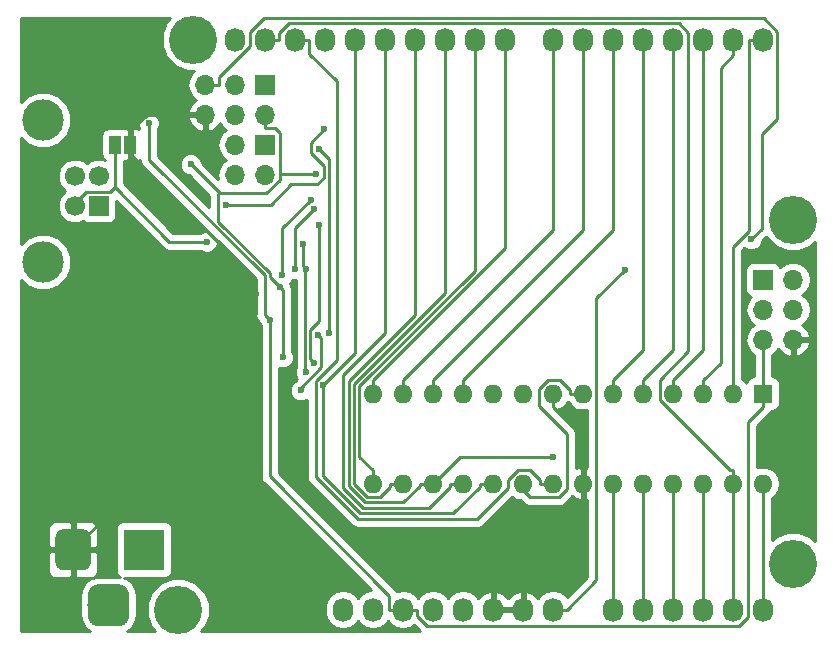
<source format=gbr>
G04 #@! TF.GenerationSoftware,KiCad,Pcbnew,5.0.2-bee76a0~70~ubuntu18.04.1*
G04 #@! TF.CreationDate,2018-12-20T19:54:29+08:00*
G04 #@! TF.ProjectId,arduino-uno,61726475-696e-46f2-9d75-6e6f2e6b6963,rev?*
G04 #@! TF.SameCoordinates,Original*
G04 #@! TF.FileFunction,Copper,L2,Bot*
G04 #@! TF.FilePolarity,Positive*
%FSLAX46Y46*%
G04 Gerber Fmt 4.6, Leading zero omitted, Abs format (unit mm)*
G04 Created by KiCad (PCBNEW 5.0.2-bee76a0~70~ubuntu18.04.1) date 2018年12月20日 星期四 19时54分29秒*
%MOMM*%
%LPD*%
G01*
G04 APERTURE LIST*
G04 #@! TA.AperFunction,ComponentPad*
%ADD10O,1.727200X2.032000*%
G04 #@! TD*
G04 #@! TA.AperFunction,ComponentPad*
%ADD11C,4.064000*%
G04 #@! TD*
G04 #@! TA.AperFunction,ComponentPad*
%ADD12R,3.500000X3.500000*%
G04 #@! TD*
G04 #@! TA.AperFunction,Conductor*
%ADD13C,0.100000*%
G04 #@! TD*
G04 #@! TA.AperFunction,ComponentPad*
%ADD14C,3.000000*%
G04 #@! TD*
G04 #@! TA.AperFunction,ComponentPad*
%ADD15C,3.500000*%
G04 #@! TD*
G04 #@! TA.AperFunction,ComponentPad*
%ADD16R,1.700000X1.700000*%
G04 #@! TD*
G04 #@! TA.AperFunction,ComponentPad*
%ADD17C,1.700000*%
G04 #@! TD*
G04 #@! TA.AperFunction,ComponentPad*
%ADD18O,1.700000X1.700000*%
G04 #@! TD*
G04 #@! TA.AperFunction,SMDPad,CuDef*
%ADD19R,1.000000X1.500000*%
G04 #@! TD*
G04 #@! TA.AperFunction,ComponentPad*
%ADD20R,1.600000X1.600000*%
G04 #@! TD*
G04 #@! TA.AperFunction,ComponentPad*
%ADD21O,1.600000X1.600000*%
G04 #@! TD*
G04 #@! TA.AperFunction,ViaPad*
%ADD22C,0.600000*%
G04 #@! TD*
G04 #@! TA.AperFunction,Conductor*
%ADD23C,0.250000*%
G04 #@! TD*
G04 #@! TA.AperFunction,Conductor*
%ADD24C,0.254000*%
G04 #@! TD*
G04 APERTURE END LIST*
D10*
G04 #@! TO.P,P1,1*
G04 #@! TO.N,Net-(P1-Pad1)*
X138938000Y-123825000D03*
G04 #@! TO.P,P1,2*
G04 #@! TO.N,/Main/IOREF*
X141478000Y-123825000D03*
G04 #@! TO.P,P1,3*
G04 #@! TO.N,/Main/Reset*
X144018000Y-123825000D03*
G04 #@! TO.P,P1,4*
G04 #@! TO.N,+3V3*
X146558000Y-123825000D03*
G04 #@! TO.P,P1,5*
G04 #@! TO.N,+5V*
X149098000Y-123825000D03*
G04 #@! TO.P,P1,6*
G04 #@! TO.N,GND*
X151638000Y-123825000D03*
G04 #@! TO.P,P1,7*
X154178000Y-123825000D03*
G04 #@! TO.P,P1,8*
G04 #@! TO.N,/Main/VIN*
X156718000Y-123825000D03*
G04 #@! TD*
G04 #@! TO.P,P2,1*
G04 #@! TO.N,/Main/A0*
X161798000Y-123825000D03*
G04 #@! TO.P,P2,2*
G04 #@! TO.N,/Main/A1*
X164338000Y-123825000D03*
G04 #@! TO.P,P2,3*
G04 #@! TO.N,/Main/A2*
X166878000Y-123825000D03*
G04 #@! TO.P,P2,4*
G04 #@! TO.N,/Main/A3*
X169418000Y-123825000D03*
G04 #@! TO.P,P2,5*
G04 #@! TO.N,/Main/A4(SDA)*
X171958000Y-123825000D03*
G04 #@! TO.P,P2,6*
G04 #@! TO.N,/Main/A5(SCL)*
X174498000Y-123825000D03*
G04 #@! TD*
G04 #@! TO.P,P3,1*
G04 #@! TO.N,/Main/A5(SCL)*
X129794000Y-75565000D03*
G04 #@! TO.P,P3,2*
G04 #@! TO.N,/Main/A4(SDA)*
X132334000Y-75565000D03*
G04 #@! TO.P,P3,3*
G04 #@! TO.N,/Main/AREF*
X134874000Y-75565000D03*
G04 #@! TO.P,P3,4*
G04 #@! TO.N,GND*
X137414000Y-75565000D03*
G04 #@! TO.P,P3,5*
G04 #@! TO.N,/Main/13(SCK)*
X139954000Y-75565000D03*
G04 #@! TO.P,P3,6*
G04 #@! TO.N,/Main/12(MISO)*
X142494000Y-75565000D03*
G04 #@! TO.P,P3,7*
G04 #@! TO.N,/Main/11(\002A\002A/MOSI)*
X145034000Y-75565000D03*
G04 #@! TO.P,P3,8*
G04 #@! TO.N,/Main/10(\002A\002A/SS)*
X147574000Y-75565000D03*
G04 #@! TO.P,P3,9*
G04 #@! TO.N,/Main/9(\002A\002A)*
X150114000Y-75565000D03*
G04 #@! TO.P,P3,10*
G04 #@! TO.N,/Main/8*
X152654000Y-75565000D03*
G04 #@! TD*
G04 #@! TO.P,P4,1*
G04 #@! TO.N,/Main/7*
X156718000Y-75565000D03*
G04 #@! TO.P,P4,2*
G04 #@! TO.N,/Main/6(\002A\002A)*
X159258000Y-75565000D03*
G04 #@! TO.P,P4,3*
G04 #@! TO.N,/Main/5(\002A\002A)*
X161798000Y-75565000D03*
G04 #@! TO.P,P4,4*
G04 #@! TO.N,/Main/4*
X164338000Y-75565000D03*
G04 #@! TO.P,P4,5*
G04 #@! TO.N,/Main/3(\002A\002A)*
X166878000Y-75565000D03*
G04 #@! TO.P,P4,6*
G04 #@! TO.N,/Main/2*
X169418000Y-75565000D03*
G04 #@! TO.P,P4,7*
G04 #@! TO.N,/Main/1(Tx)*
X171958000Y-75565000D03*
G04 #@! TO.P,P4,8*
G04 #@! TO.N,/Main/0(Rx)*
X174498000Y-75565000D03*
G04 #@! TD*
D11*
G04 #@! TO.P,P5,1*
G04 #@! TO.N,Net-(P5-Pad1)*
X124968000Y-123825000D03*
G04 #@! TD*
G04 #@! TO.P,P6,1*
G04 #@! TO.N,Net-(P6-Pad1)*
X177038000Y-119927000D03*
G04 #@! TD*
G04 #@! TO.P,P7,1*
G04 #@! TO.N,Net-(P7-Pad1)*
X126238000Y-75565000D03*
G04 #@! TD*
G04 #@! TO.P,P8,1*
G04 #@! TO.N,Net-(P8-Pad1)*
X177038000Y-90805000D03*
G04 #@! TD*
D12*
G04 #@! TO.P,J1,1*
G04 #@! TO.N,Net-(D1-Pad2)*
X122078000Y-118745000D03*
D13*
G04 #@! TD*
G04 #@! TO.N,GND*
G04 #@! TO.C,J1*
G36*
X116901513Y-116998611D02*
X116974318Y-117009411D01*
X117045714Y-117027295D01*
X117115013Y-117052090D01*
X117181548Y-117083559D01*
X117244678Y-117121398D01*
X117303795Y-117165242D01*
X117358330Y-117214670D01*
X117407758Y-117269205D01*
X117451602Y-117328322D01*
X117489441Y-117391452D01*
X117520910Y-117457987D01*
X117545705Y-117527286D01*
X117563589Y-117598682D01*
X117574389Y-117671487D01*
X117578000Y-117745000D01*
X117578000Y-119745000D01*
X117574389Y-119818513D01*
X117563589Y-119891318D01*
X117545705Y-119962714D01*
X117520910Y-120032013D01*
X117489441Y-120098548D01*
X117451602Y-120161678D01*
X117407758Y-120220795D01*
X117358330Y-120275330D01*
X117303795Y-120324758D01*
X117244678Y-120368602D01*
X117181548Y-120406441D01*
X117115013Y-120437910D01*
X117045714Y-120462705D01*
X116974318Y-120480589D01*
X116901513Y-120491389D01*
X116828000Y-120495000D01*
X115328000Y-120495000D01*
X115254487Y-120491389D01*
X115181682Y-120480589D01*
X115110286Y-120462705D01*
X115040987Y-120437910D01*
X114974452Y-120406441D01*
X114911322Y-120368602D01*
X114852205Y-120324758D01*
X114797670Y-120275330D01*
X114748242Y-120220795D01*
X114704398Y-120161678D01*
X114666559Y-120098548D01*
X114635090Y-120032013D01*
X114610295Y-119962714D01*
X114592411Y-119891318D01*
X114581611Y-119818513D01*
X114578000Y-119745000D01*
X114578000Y-117745000D01*
X114581611Y-117671487D01*
X114592411Y-117598682D01*
X114610295Y-117527286D01*
X114635090Y-117457987D01*
X114666559Y-117391452D01*
X114704398Y-117328322D01*
X114748242Y-117269205D01*
X114797670Y-117214670D01*
X114852205Y-117165242D01*
X114911322Y-117121398D01*
X114974452Y-117083559D01*
X115040987Y-117052090D01*
X115110286Y-117027295D01*
X115181682Y-117009411D01*
X115254487Y-116998611D01*
X115328000Y-116995000D01*
X116828000Y-116995000D01*
X116901513Y-116998611D01*
X116901513Y-116998611D01*
G37*
D14*
G04 #@! TO.P,J1,2*
G04 #@! TO.N,GND*
X116078000Y-118745000D03*
D13*
G04 #@! TD*
G04 #@! TO.N,N/C*
G04 #@! TO.C,J1*
G36*
X120038765Y-121699213D02*
X120123704Y-121711813D01*
X120206999Y-121732677D01*
X120287848Y-121761605D01*
X120365472Y-121798319D01*
X120439124Y-121842464D01*
X120508094Y-121893616D01*
X120571718Y-121951282D01*
X120629384Y-122014906D01*
X120680536Y-122083876D01*
X120724681Y-122157528D01*
X120761395Y-122235152D01*
X120790323Y-122316001D01*
X120811187Y-122399296D01*
X120823787Y-122484235D01*
X120828000Y-122570000D01*
X120828000Y-124320000D01*
X120823787Y-124405765D01*
X120811187Y-124490704D01*
X120790323Y-124573999D01*
X120761395Y-124654848D01*
X120724681Y-124732472D01*
X120680536Y-124806124D01*
X120629384Y-124875094D01*
X120571718Y-124938718D01*
X120508094Y-124996384D01*
X120439124Y-125047536D01*
X120365472Y-125091681D01*
X120287848Y-125128395D01*
X120206999Y-125157323D01*
X120123704Y-125178187D01*
X120038765Y-125190787D01*
X119953000Y-125195000D01*
X118203000Y-125195000D01*
X118117235Y-125190787D01*
X118032296Y-125178187D01*
X117949001Y-125157323D01*
X117868152Y-125128395D01*
X117790528Y-125091681D01*
X117716876Y-125047536D01*
X117647906Y-124996384D01*
X117584282Y-124938718D01*
X117526616Y-124875094D01*
X117475464Y-124806124D01*
X117431319Y-124732472D01*
X117394605Y-124654848D01*
X117365677Y-124573999D01*
X117344813Y-124490704D01*
X117332213Y-124405765D01*
X117328000Y-124320000D01*
X117328000Y-122570000D01*
X117332213Y-122484235D01*
X117344813Y-122399296D01*
X117365677Y-122316001D01*
X117394605Y-122235152D01*
X117431319Y-122157528D01*
X117475464Y-122083876D01*
X117526616Y-122014906D01*
X117584282Y-121951282D01*
X117647906Y-121893616D01*
X117716876Y-121842464D01*
X117790528Y-121798319D01*
X117868152Y-121761605D01*
X117949001Y-121732677D01*
X118032296Y-121711813D01*
X118117235Y-121699213D01*
X118203000Y-121695000D01*
X119953000Y-121695000D01*
X120038765Y-121699213D01*
X120038765Y-121699213D01*
G37*
D15*
G04 #@! TO.P,J1,3*
G04 #@! TO.N,N/C*
X119078000Y-123445000D03*
G04 #@! TD*
D16*
G04 #@! TO.P,J2,1*
G04 #@! TO.N,Net-(F1-Pad2)*
X118248000Y-89635000D03*
D17*
G04 #@! TO.P,J2,2*
G04 #@! TO.N,Net-(J2-Pad2)*
X118248000Y-87135000D03*
G04 #@! TO.P,J2,3*
G04 #@! TO.N,Net-(J2-Pad3)*
X116248000Y-87135000D03*
G04 #@! TO.P,J2,4*
G04 #@! TO.N,Net-(FB1-Pad2)*
X116248000Y-89635000D03*
D15*
G04 #@! TO.P,J2,5*
G04 #@! TO.N,Net-(FB1-Pad1)*
X113538000Y-94405000D03*
X113538000Y-82365000D03*
G04 #@! TD*
D16*
G04 #@! TO.P,J3,1*
G04 #@! TO.N,/USB/MISO2*
X132334000Y-79375000D03*
D18*
G04 #@! TO.P,J3,2*
G04 #@! TO.N,+5V*
X132334000Y-81915000D03*
G04 #@! TO.P,J3,3*
G04 #@! TO.N,/USB/SCK2*
X129794000Y-79375000D03*
G04 #@! TO.P,J3,4*
G04 #@! TO.N,/USB/MOSI2*
X129794000Y-81915000D03*
G04 #@! TO.P,J3,5*
G04 #@! TO.N,Net-(D3-Pad2)*
X127254000Y-79375000D03*
G04 #@! TO.P,J3,6*
G04 #@! TO.N,GND*
X127254000Y-81915000D03*
G04 #@! TD*
D16*
G04 #@! TO.P,J4,1*
G04 #@! TO.N,Net-(J4-Pad1)*
X132334000Y-84455000D03*
D18*
G04 #@! TO.P,J4,2*
G04 #@! TO.N,Net-(J4-Pad2)*
X132334000Y-86995000D03*
G04 #@! TO.P,J4,3*
G04 #@! TO.N,Net-(J4-Pad3)*
X129794000Y-84455000D03*
G04 #@! TO.P,J4,4*
G04 #@! TO.N,Net-(J4-Pad4)*
X129794000Y-86995000D03*
G04 #@! TD*
G04 #@! TO.P,ICSP,6*
G04 #@! TO.N,GND*
X177038000Y-100965000D03*
G04 #@! TO.P,ICSP,5*
G04 #@! TO.N,/Main/Reset*
X174498000Y-100965000D03*
G04 #@! TO.P,ICSP,4*
G04 #@! TO.N,/Main/11(\002A\002A/MOSI)*
X177038000Y-98425000D03*
G04 #@! TO.P,ICSP,3*
G04 #@! TO.N,/Main/13(SCK)*
X174498000Y-98425000D03*
G04 #@! TO.P,ICSP,2*
G04 #@! TO.N,+5V*
X177038000Y-95885000D03*
D16*
G04 #@! TO.P,ICSP,1*
G04 #@! TO.N,/Main/12(MISO)*
X174498000Y-95885000D03*
G04 #@! TD*
D19*
G04 #@! TO.P,GROUND,2*
G04 #@! TO.N,GND*
X120904000Y-84455000D03*
G04 #@! TO.P,GROUND,1*
G04 #@! TO.N,Net-(FB1-Pad2)*
X119604000Y-84455000D03*
G04 #@! TD*
D20*
G04 #@! TO.P,U5,1*
G04 #@! TO.N,/Main/Reset*
X174498000Y-105537000D03*
D21*
G04 #@! TO.P,U5,15*
G04 #@! TO.N,/Main/9(\002A\002A)*
X141478000Y-113157000D03*
G04 #@! TO.P,U5,2*
G04 #@! TO.N,/Main/0(Rx)*
X171958000Y-105537000D03*
G04 #@! TO.P,U5,16*
G04 #@! TO.N,/Main/10(\002A\002A/SS)*
X144018000Y-113157000D03*
G04 #@! TO.P,U5,3*
G04 #@! TO.N,/Main/1(Tx)*
X169418000Y-105537000D03*
G04 #@! TO.P,U5,17*
G04 #@! TO.N,/Main/11(\002A\002A/MOSI)*
X146558000Y-113157000D03*
G04 #@! TO.P,U5,4*
G04 #@! TO.N,/Main/2*
X166878000Y-105537000D03*
G04 #@! TO.P,U5,18*
G04 #@! TO.N,/Main/12(MISO)*
X149098000Y-113157000D03*
G04 #@! TO.P,U5,5*
G04 #@! TO.N,/Main/3(\002A\002A)*
X164338000Y-105537000D03*
G04 #@! TO.P,U5,19*
G04 #@! TO.N,/Main/13(SCK)*
X151638000Y-113157000D03*
G04 #@! TO.P,U5,6*
G04 #@! TO.N,/Main/4*
X161798000Y-105537000D03*
G04 #@! TO.P,U5,20*
G04 #@! TO.N,+5V*
X154178000Y-113157000D03*
G04 #@! TO.P,U5,7*
X159258000Y-105537000D03*
G04 #@! TO.P,U5,21*
G04 #@! TO.N,/Main/AREF*
X156718000Y-113157000D03*
G04 #@! TO.P,U5,8*
G04 #@! TO.N,GND*
X156718000Y-105537000D03*
G04 #@! TO.P,U5,22*
X159258000Y-113157000D03*
G04 #@! TO.P,U5,9*
G04 #@! TO.N,Net-(R2-Pad1)*
X154178000Y-105537000D03*
G04 #@! TO.P,U5,23*
G04 #@! TO.N,/Main/A0*
X161798000Y-113157000D03*
G04 #@! TO.P,U5,10*
G04 #@! TO.N,Net-(R2-Pad2)*
X151638000Y-105537000D03*
G04 #@! TO.P,U5,24*
G04 #@! TO.N,/Main/A1*
X164338000Y-113157000D03*
G04 #@! TO.P,U5,11*
G04 #@! TO.N,/Main/5(\002A\002A)*
X149098000Y-105537000D03*
G04 #@! TO.P,U5,25*
G04 #@! TO.N,/Main/A2*
X166878000Y-113157000D03*
G04 #@! TO.P,U5,12*
G04 #@! TO.N,/Main/6(\002A\002A)*
X146558000Y-105537000D03*
G04 #@! TO.P,U5,26*
G04 #@! TO.N,/Main/A3*
X169418000Y-113157000D03*
G04 #@! TO.P,U5,13*
G04 #@! TO.N,/Main/7*
X144018000Y-105537000D03*
G04 #@! TO.P,U5,27*
G04 #@! TO.N,/Main/A4(SDA)*
X171958000Y-113157000D03*
G04 #@! TO.P,U5,14*
G04 #@! TO.N,/Main/8*
X141478000Y-105537000D03*
G04 #@! TO.P,U5,28*
G04 #@! TO.N,/Main/A5(SCL)*
X174498000Y-113157000D03*
G04 #@! TD*
D22*
G04 #@! TO.N,+5V*
X133603600Y-96517100D03*
X133845700Y-102472800D03*
X136676200Y-86970000D03*
X126030400Y-86137800D03*
G04 #@! TO.N,GND*
X131535700Y-97143100D03*
X130361000Y-105905700D03*
X130021200Y-108812700D03*
G04 #@! TO.N,/Main/VIN*
X162803600Y-95061600D03*
G04 #@! TO.N,Net-(C9-Pad1)*
X129053600Y-89562000D03*
X137347600Y-83179200D03*
G04 #@! TO.N,/Main/DTR*
X135768500Y-103720600D03*
X135545500Y-92855000D03*
X135816300Y-95001400D03*
G04 #@! TO.N,Net-(D3-Pad2)*
X173490900Y-92475600D03*
G04 #@! TO.N,Net-(D4-Pad2)*
X136918400Y-91237700D03*
X136458700Y-102956000D03*
G04 #@! TO.N,/Main/Reset*
X122498100Y-82624800D03*
X132744300Y-99329500D03*
G04 #@! TO.N,Net-(D7-Pad2)*
X136868700Y-84834700D03*
X137752100Y-100442700D03*
G04 #@! TO.N,Net-(FB1-Pad2)*
X127415600Y-92674800D03*
G04 #@! TO.N,/Main/11(\002A\002A/MOSI)*
X156718000Y-110871000D03*
G04 #@! TO.N,/Main/13(SCK)*
X137257400Y-104780800D03*
G04 #@! TO.N,Net-(RN2-Pad1)*
X136848600Y-100598800D03*
X135339400Y-105262400D03*
G04 #@! TO.N,/Main/M8RXD*
X136450800Y-89948100D03*
X134891800Y-95011700D03*
G04 #@! TO.N,/Main/M8TXD*
X136196500Y-89145300D03*
X133789700Y-95542500D03*
G04 #@! TD*
D23*
G04 #@! TO.N,+5V*
X133845700Y-102472800D02*
X133845700Y-96759200D01*
X133845700Y-96759200D02*
X133603600Y-96517100D01*
X128478000Y-88585400D02*
X128387900Y-88675500D01*
X128387900Y-88675500D02*
X128387900Y-90978000D01*
X128387900Y-90978000D02*
X132744300Y-95334400D01*
X132744300Y-95334400D02*
X132744300Y-95657800D01*
X132744300Y-95657800D02*
X133603600Y-96517100D01*
X128478000Y-88585400D02*
X126030400Y-86137800D01*
X133559000Y-86970000D02*
X133559000Y-87481900D01*
X133559000Y-87481900D02*
X132455500Y-88585400D01*
X132455500Y-88585400D02*
X128478000Y-88585400D01*
X133559000Y-86970000D02*
X136676200Y-86970000D01*
X132334000Y-83090300D02*
X133142100Y-83090300D01*
X133142100Y-83090300D02*
X133559000Y-83507200D01*
X133559000Y-83507200D02*
X133559000Y-86970000D01*
X159258000Y-105537000D02*
X158132700Y-105537000D01*
X154178000Y-113719600D02*
X154775900Y-114317500D01*
X154775900Y-114317500D02*
X157184300Y-114317500D01*
X157184300Y-114317500D02*
X157887500Y-113614300D01*
X157887500Y-113614300D02*
X157887500Y-108957000D01*
X157887500Y-108957000D02*
X155536600Y-106606100D01*
X155536600Y-106606100D02*
X155536600Y-105126600D01*
X155536600Y-105126600D02*
X156251500Y-104411700D01*
X156251500Y-104411700D02*
X157288800Y-104411700D01*
X157288800Y-104411700D02*
X158132700Y-105255600D01*
X158132700Y-105255600D02*
X158132700Y-105537000D01*
X154178000Y-113157000D02*
X154178000Y-113719600D01*
X132334000Y-81915000D02*
X132334000Y-83090300D01*
G04 #@! TO.N,GND*
X130361000Y-97143100D02*
X130361000Y-94735800D01*
X130361000Y-94735800D02*
X121155500Y-85530300D01*
X121155500Y-85530300D02*
X120904000Y-85530300D01*
X130361000Y-105905700D02*
X130361000Y-97143100D01*
X130361000Y-97143100D02*
X131535700Y-97143100D01*
X127254000Y-81915000D02*
X122323600Y-81915000D01*
X122323600Y-81915000D02*
X120904000Y-83334600D01*
X120904000Y-83334600D02*
X120904000Y-83379700D01*
X120904000Y-84455000D02*
X120904000Y-85530300D01*
X130021200Y-108812700D02*
X130021200Y-106245500D01*
X130021200Y-106245500D02*
X130361000Y-105905700D01*
X120904000Y-84455000D02*
X120904000Y-83379700D01*
X116078000Y-118745000D02*
X126010300Y-108812700D01*
X126010300Y-108812700D02*
X130021200Y-108812700D01*
X156718000Y-105537000D02*
X156718000Y-106662300D01*
X159258000Y-113157000D02*
X159258000Y-109202300D01*
X159258000Y-109202300D02*
X156718000Y-106662300D01*
G04 #@! TO.N,/Main/VIN*
X156718000Y-123825000D02*
X157906900Y-123825000D01*
X157906900Y-123825000D02*
X160383400Y-121348500D01*
X160383400Y-121348500D02*
X160383400Y-97481800D01*
X160383400Y-97481800D02*
X162803600Y-95061600D01*
G04 #@! TO.N,Net-(C9-Pad1)*
X137347600Y-83179200D02*
X136243300Y-84283500D01*
X136243300Y-84283500D02*
X136243300Y-85171100D01*
X136243300Y-85171100D02*
X137301700Y-86229500D01*
X137301700Y-86229500D02*
X137301700Y-87265600D01*
X137301700Y-87265600D02*
X136749500Y-87817800D01*
X136749500Y-87817800D02*
X134557300Y-87817800D01*
X134557300Y-87817800D02*
X132813100Y-89562000D01*
X132813100Y-89562000D02*
X129053600Y-89562000D01*
G04 #@! TO.N,/Main/DTR*
X135816300Y-95001400D02*
X135700700Y-95117000D01*
X135700700Y-95117000D02*
X135700700Y-103652800D01*
X135700700Y-103652800D02*
X135768500Y-103720600D01*
X135545500Y-92855000D02*
X135545500Y-94730600D01*
X135545500Y-94730600D02*
X135816300Y-95001400D01*
G04 #@! TO.N,Net-(D3-Pad2)*
X127254000Y-79375000D02*
X128429300Y-79375000D01*
X128429300Y-79375000D02*
X128429300Y-78772600D01*
X128429300Y-78772600D02*
X131064000Y-76137900D01*
X131064000Y-76137900D02*
X131064000Y-74932700D01*
X131064000Y-74932700D02*
X132249200Y-73747500D01*
X132249200Y-73747500D02*
X174558800Y-73747500D01*
X174558800Y-73747500D02*
X175719100Y-74907800D01*
X175719100Y-74907800D02*
X175719100Y-82261900D01*
X175719100Y-82261900D02*
X174379400Y-83601600D01*
X174379400Y-83601600D02*
X174379400Y-91587100D01*
X174379400Y-91587100D02*
X173490900Y-92475600D01*
G04 #@! TO.N,Net-(D4-Pad2)*
X136918400Y-91237700D02*
X136918400Y-99416400D01*
X136918400Y-99416400D02*
X136151100Y-100183700D01*
X136151100Y-100183700D02*
X136151100Y-102648400D01*
X136151100Y-102648400D02*
X136458700Y-102956000D01*
G04 #@! TO.N,/Main/Reset*
X122498100Y-82624800D02*
X122498100Y-85725100D01*
X122498100Y-85725100D02*
X132294000Y-95521000D01*
X132294000Y-95521000D02*
X132294000Y-98879200D01*
X132294000Y-98879200D02*
X132744300Y-99329500D01*
X142829100Y-123825000D02*
X142829100Y-122636100D01*
X142829100Y-122636100D02*
X132744300Y-112551300D01*
X132744300Y-112551300D02*
X132744300Y-99329500D01*
X144018000Y-123825000D02*
X145206900Y-123825000D01*
X174498000Y-105537000D02*
X174498000Y-106662300D01*
X174498000Y-106662300D02*
X173228000Y-107932300D01*
X173228000Y-107932300D02*
X173228000Y-124449200D01*
X173228000Y-124449200D02*
X172492000Y-125185200D01*
X172492000Y-125185200D02*
X146047000Y-125185200D01*
X146047000Y-125185200D02*
X145206900Y-124345100D01*
X145206900Y-124345100D02*
X145206900Y-123825000D01*
X174498000Y-100965000D02*
X174498000Y-105537000D01*
X144018000Y-123825000D02*
X142829100Y-123825000D01*
G04 #@! TO.N,Net-(D7-Pad2)*
X137752100Y-100442700D02*
X137752100Y-85718100D01*
X137752100Y-85718100D02*
X136868700Y-84834700D01*
G04 #@! TO.N,Net-(FB1-Pad2)*
X119604000Y-88050700D02*
X124228100Y-92674800D01*
X124228100Y-92674800D02*
X127415600Y-92674800D01*
X119604000Y-88050700D02*
X119604000Y-84455000D01*
X116248000Y-89635000D02*
X116248000Y-89414600D01*
X116248000Y-89414600D02*
X117203000Y-88459600D01*
X117203000Y-88459600D02*
X119195100Y-88459600D01*
X119195100Y-88459600D02*
X119604000Y-88050700D01*
G04 #@! TO.N,/Main/11(\002A\002A/MOSI)*
X145432700Y-113157000D02*
X145432700Y-113333900D01*
X145432700Y-113333900D02*
X144010500Y-114756100D01*
X144010500Y-114756100D02*
X140810400Y-114756100D01*
X140810400Y-114756100D02*
X139413600Y-113359300D01*
X139413600Y-113359300D02*
X139413600Y-104511300D01*
X139413600Y-104511300D02*
X145034000Y-98890900D01*
X145034000Y-98890900D02*
X145034000Y-76906300D01*
X145034000Y-75565000D02*
X145034000Y-76906300D01*
X146558000Y-113157000D02*
X145432700Y-113157000D01*
X148844000Y-110871000D02*
X146558000Y-113157000D01*
X156718000Y-110871000D02*
X148844000Y-110871000D01*
G04 #@! TO.N,/Main/13(SCK)*
X150512700Y-113157000D02*
X150512700Y-113438300D01*
X150512700Y-113438300D02*
X148273100Y-115677900D01*
X148273100Y-115677900D02*
X140384700Y-115677900D01*
X140384700Y-115677900D02*
X137257400Y-112550600D01*
X137257400Y-112550600D02*
X137257400Y-104780800D01*
X151638000Y-113157000D02*
X150512700Y-113157000D01*
X137257400Y-104780800D02*
X139954000Y-102084200D01*
X139954000Y-102084200D02*
X139954000Y-75565000D01*
G04 #@! TO.N,/Main/12(MISO)*
X147972700Y-113157000D02*
X147972700Y-113438300D01*
X147972700Y-113438300D02*
X146196600Y-115214400D01*
X146196600Y-115214400D02*
X140609100Y-115214400D01*
X140609100Y-115214400D02*
X138915900Y-113521200D01*
X138915900Y-113521200D02*
X138915900Y-103997100D01*
X138915900Y-103997100D02*
X142494000Y-100419000D01*
X142494000Y-100419000D02*
X142494000Y-75565000D01*
X149098000Y-113157000D02*
X147972700Y-113157000D01*
G04 #@! TO.N,/Main/A0*
X161798000Y-113157000D02*
X161798000Y-123825000D01*
G04 #@! TO.N,/Main/A1*
X164338000Y-113157000D02*
X164338000Y-123825000D01*
G04 #@! TO.N,/Main/A2*
X166878000Y-113157000D02*
X166878000Y-123825000D01*
G04 #@! TO.N,/Main/A3*
X169418000Y-113157000D02*
X169418000Y-123825000D01*
G04 #@! TO.N,/Main/A4(SDA)*
X171958000Y-113157000D02*
X171958000Y-112031700D01*
X171958000Y-112031700D02*
X171676700Y-112031700D01*
X171676700Y-112031700D02*
X165745100Y-106100100D01*
X165745100Y-106100100D02*
X165745100Y-104348400D01*
X165745100Y-104348400D02*
X168148000Y-101945500D01*
X168148000Y-101945500D02*
X168148000Y-74981600D01*
X168148000Y-74981600D02*
X167364300Y-74197900D01*
X167364300Y-74197900D02*
X134369900Y-74197900D01*
X134369900Y-74197900D02*
X133522900Y-75044900D01*
X133522900Y-75044900D02*
X133522900Y-75565000D01*
X171958000Y-113157000D02*
X171958000Y-123825000D01*
X132334000Y-75565000D02*
X133522900Y-75565000D01*
G04 #@! TO.N,/Main/A5(SCL)*
X174498000Y-113157000D02*
X174498000Y-123825000D01*
G04 #@! TO.N,/Main/AREF*
X155592700Y-113157000D02*
X155592700Y-112875700D01*
X155592700Y-112875700D02*
X154737600Y-112020600D01*
X154737600Y-112020600D02*
X153713300Y-112020600D01*
X153713300Y-112020600D02*
X152908000Y-112825900D01*
X152908000Y-112825900D02*
X152908000Y-113554100D01*
X152908000Y-113554100D02*
X150319500Y-116142600D01*
X150319500Y-116142600D02*
X140204600Y-116142600D01*
X140204600Y-116142600D02*
X136630100Y-112568100D01*
X136630100Y-112568100D02*
X136630100Y-104491000D01*
X136630100Y-104491000D02*
X138399900Y-102721200D01*
X138399900Y-102721200D02*
X138399900Y-79090900D01*
X138399900Y-79090900D02*
X136062900Y-76753900D01*
X136062900Y-76753900D02*
X136062900Y-75565000D01*
X134874000Y-75565000D02*
X136062900Y-75565000D01*
X156718000Y-113157000D02*
X155592700Y-113157000D01*
G04 #@! TO.N,/Main/10(\002A\002A/SS)*
X147574000Y-75565000D02*
X147574000Y-96987800D01*
X147574000Y-96987800D02*
X139871400Y-104690400D01*
X139871400Y-104690400D02*
X139871400Y-113180200D01*
X139871400Y-113180200D02*
X140996900Y-114305700D01*
X140996900Y-114305700D02*
X142025300Y-114305700D01*
X142025300Y-114305700D02*
X142892700Y-113438300D01*
X142892700Y-113438300D02*
X142892700Y-113157000D01*
X144018000Y-113157000D02*
X142892700Y-113157000D01*
G04 #@! TO.N,/Main/9(\002A\002A)*
X141478000Y-113157000D02*
X141478000Y-112031700D01*
X141478000Y-112031700D02*
X140321800Y-110875500D01*
X140321800Y-110875500D02*
X140321800Y-104931000D01*
X140321800Y-104931000D02*
X150114000Y-95138800D01*
X150114000Y-95138800D02*
X150114000Y-75565000D01*
G04 #@! TO.N,/Main/8*
X141478000Y-105537000D02*
X141478000Y-104411700D01*
X141478000Y-104411700D02*
X152654000Y-93235700D01*
X152654000Y-93235700D02*
X152654000Y-75565000D01*
G04 #@! TO.N,/Main/7*
X144018000Y-104411700D02*
X156718000Y-91711700D01*
X156718000Y-91711700D02*
X156718000Y-76906300D01*
X156718000Y-75565000D02*
X156718000Y-76906300D01*
X144018000Y-105537000D02*
X144018000Y-104411700D01*
G04 #@! TO.N,/Main/6(\002A\002A)*
X146558000Y-105537000D02*
X146558000Y-104411700D01*
X146558000Y-104411700D02*
X159258000Y-91711700D01*
X159258000Y-91711700D02*
X159258000Y-75565000D01*
G04 #@! TO.N,/Main/5(\002A\002A)*
X149098000Y-105537000D02*
X149098000Y-104411700D01*
X149098000Y-104411700D02*
X161798000Y-91711700D01*
X161798000Y-91711700D02*
X161798000Y-75565000D01*
G04 #@! TO.N,/Main/4*
X164338000Y-75565000D02*
X164338000Y-101871700D01*
X164338000Y-101871700D02*
X161798000Y-104411700D01*
X161798000Y-105537000D02*
X161798000Y-104411700D01*
G04 #@! TO.N,/Main/3(\002A\002A)*
X166878000Y-76906300D02*
X166878000Y-101871700D01*
X166878000Y-101871700D02*
X164338000Y-104411700D01*
X166878000Y-75565000D02*
X166878000Y-76906300D01*
X164338000Y-105537000D02*
X164338000Y-104411700D01*
G04 #@! TO.N,/Main/2*
X169418000Y-76906300D02*
X169418000Y-101871700D01*
X169418000Y-101871700D02*
X166878000Y-104411700D01*
X169418000Y-75565000D02*
X169418000Y-76906300D01*
X166878000Y-105537000D02*
X166878000Y-104411700D01*
G04 #@! TO.N,/Main/1(Tx)*
X171958000Y-76906300D02*
X170898200Y-77966100D01*
X170898200Y-77966100D02*
X170898200Y-102931500D01*
X170898200Y-102931500D02*
X169418000Y-104411700D01*
X171958000Y-75565000D02*
X171958000Y-76906300D01*
X169418000Y-105537000D02*
X169418000Y-104411700D01*
G04 #@! TO.N,/Main/0(Rx)*
X173309100Y-75565000D02*
X173309100Y-91773100D01*
X173309100Y-91773100D02*
X171958000Y-93124200D01*
X171958000Y-93124200D02*
X171958000Y-104411700D01*
X171958000Y-105537000D02*
X171958000Y-104411700D01*
X174498000Y-75565000D02*
X173309100Y-75565000D01*
G04 #@! TO.N,Net-(RN2-Pad1)*
X135339400Y-105262400D02*
X135339500Y-105262400D01*
X135339500Y-105262400D02*
X135339500Y-105054100D01*
X135339500Y-105054100D02*
X137105300Y-103288300D01*
X137105300Y-103288300D02*
X137105300Y-100855500D01*
X137105300Y-100855500D02*
X136848600Y-100598800D01*
G04 #@! TO.N,/Main/M8RXD*
X134891800Y-95011700D02*
X134891800Y-91507100D01*
X134891800Y-91507100D02*
X136450800Y-89948100D01*
G04 #@! TO.N,/Main/M8TXD*
X133789700Y-95542500D02*
X133789700Y-91552100D01*
X133789700Y-91552100D02*
X136196500Y-89145300D01*
G04 #@! TD*
D24*
G04 #@! TO.N,GND*
G36*
X123977026Y-74054266D02*
X123571000Y-75034501D01*
X123571000Y-76095499D01*
X123977026Y-77075734D01*
X124727266Y-77825974D01*
X125707501Y-78232000D01*
X126291692Y-78232000D01*
X126183375Y-78304375D01*
X125855161Y-78795582D01*
X125739908Y-79375000D01*
X125855161Y-79954418D01*
X126183375Y-80445625D01*
X126483786Y-80646353D01*
X126058817Y-81033642D01*
X125812514Y-81558108D01*
X125933181Y-81788000D01*
X127127000Y-81788000D01*
X127127000Y-81768000D01*
X127381000Y-81768000D01*
X127381000Y-81788000D01*
X127401000Y-81788000D01*
X127401000Y-82042000D01*
X127381000Y-82042000D01*
X127381000Y-83235155D01*
X127610890Y-83356476D01*
X128020924Y-83186645D01*
X128449183Y-82796358D01*
X128510157Y-82666522D01*
X128723375Y-82985625D01*
X129021761Y-83185000D01*
X128723375Y-83384375D01*
X128395161Y-83875582D01*
X128279908Y-84455000D01*
X128395161Y-85034418D01*
X128723375Y-85525625D01*
X129021761Y-85725000D01*
X128723375Y-85924375D01*
X128395161Y-86415582D01*
X128279908Y-86995000D01*
X128358745Y-87391344D01*
X126965400Y-85997999D01*
X126965400Y-85951817D01*
X126823055Y-85608165D01*
X126560035Y-85345145D01*
X126216383Y-85202800D01*
X125844417Y-85202800D01*
X125500765Y-85345145D01*
X125237745Y-85608165D01*
X125095400Y-85951817D01*
X125095400Y-86323783D01*
X125237745Y-86667435D01*
X125500765Y-86930455D01*
X125844417Y-87072800D01*
X125890599Y-87072800D01*
X127627900Y-88810102D01*
X127627900Y-89780099D01*
X123258100Y-85410299D01*
X123258100Y-83187090D01*
X123290755Y-83154435D01*
X123433100Y-82810783D01*
X123433100Y-82438817D01*
X123363958Y-82271892D01*
X125812514Y-82271892D01*
X126058817Y-82796358D01*
X126487076Y-83186645D01*
X126897110Y-83356476D01*
X127127000Y-83235155D01*
X127127000Y-82042000D01*
X125933181Y-82042000D01*
X125812514Y-82271892D01*
X123363958Y-82271892D01*
X123290755Y-82095165D01*
X123027735Y-81832145D01*
X122684083Y-81689800D01*
X122312117Y-81689800D01*
X121968465Y-81832145D01*
X121705445Y-82095165D01*
X121563100Y-82438817D01*
X121563100Y-82810783D01*
X121699499Y-83140081D01*
X121530309Y-83070000D01*
X121189750Y-83070000D01*
X121031000Y-83228750D01*
X121031000Y-84328000D01*
X121051000Y-84328000D01*
X121051000Y-84582000D01*
X121031000Y-84582000D01*
X121031000Y-85681250D01*
X121189750Y-85840000D01*
X121530309Y-85840000D01*
X121729643Y-85757433D01*
X121782197Y-86021637D01*
X121898109Y-86195111D01*
X121950172Y-86273029D01*
X122013628Y-86315429D01*
X127437998Y-91739800D01*
X127229617Y-91739800D01*
X126885965Y-91882145D01*
X126853310Y-91914800D01*
X124542902Y-91914800D01*
X120364000Y-87735899D01*
X120364000Y-85840000D01*
X120618250Y-85840000D01*
X120777000Y-85681250D01*
X120777000Y-84582000D01*
X120757000Y-84582000D01*
X120757000Y-84328000D01*
X120777000Y-84328000D01*
X120777000Y-83228750D01*
X120618250Y-83070000D01*
X120277691Y-83070000D01*
X120241632Y-83084936D01*
X120104000Y-83057560D01*
X119104000Y-83057560D01*
X118856235Y-83106843D01*
X118646191Y-83247191D01*
X118505843Y-83457235D01*
X118456560Y-83705000D01*
X118456560Y-85205000D01*
X118505843Y-85452765D01*
X118646191Y-85662809D01*
X118763428Y-85741145D01*
X118543385Y-85650000D01*
X117952615Y-85650000D01*
X117406815Y-85876078D01*
X117248000Y-86034893D01*
X117089185Y-85876078D01*
X116543385Y-85650000D01*
X115952615Y-85650000D01*
X115406815Y-85876078D01*
X114989078Y-86293815D01*
X114763000Y-86839615D01*
X114763000Y-87430385D01*
X114989078Y-87976185D01*
X115397893Y-88385000D01*
X114989078Y-88793815D01*
X114763000Y-89339615D01*
X114763000Y-89930385D01*
X114989078Y-90476185D01*
X115406815Y-90893922D01*
X115952615Y-91120000D01*
X116543385Y-91120000D01*
X116952043Y-90950728D01*
X117150235Y-91083157D01*
X117398000Y-91132440D01*
X119098000Y-91132440D01*
X119345765Y-91083157D01*
X119555809Y-90942809D01*
X119696157Y-90732765D01*
X119745440Y-90485000D01*
X119745440Y-89266941D01*
X123637771Y-93159273D01*
X123680171Y-93222729D01*
X123931563Y-93390704D01*
X124153248Y-93434800D01*
X124153253Y-93434800D01*
X124228100Y-93449688D01*
X124302947Y-93434800D01*
X126853310Y-93434800D01*
X126885965Y-93467455D01*
X127229617Y-93609800D01*
X127601583Y-93609800D01*
X127945235Y-93467455D01*
X128208255Y-93204435D01*
X128350600Y-92860783D01*
X128350600Y-92652402D01*
X131534000Y-95835802D01*
X131534001Y-98804348D01*
X131519112Y-98879200D01*
X131578097Y-99175737D01*
X131680838Y-99329499D01*
X131746072Y-99427129D01*
X131809300Y-99469377D01*
X131809300Y-99515483D01*
X131951645Y-99859135D01*
X131984301Y-99891791D01*
X131984300Y-112476453D01*
X131969412Y-112551300D01*
X131984300Y-112626147D01*
X131984300Y-112626151D01*
X132028396Y-112847836D01*
X132196371Y-113099229D01*
X132259830Y-113141631D01*
X141298537Y-122180338D01*
X140893275Y-122260950D01*
X140397570Y-122592170D01*
X140208000Y-122875881D01*
X140018430Y-122592170D01*
X139522724Y-122260950D01*
X138938000Y-122144641D01*
X138353275Y-122260950D01*
X137857570Y-122592170D01*
X137526350Y-123087876D01*
X137439400Y-123525003D01*
X137439400Y-124124998D01*
X137526350Y-124562125D01*
X137857570Y-125057830D01*
X138353276Y-125389050D01*
X138938000Y-125505359D01*
X139522725Y-125389050D01*
X140018430Y-125057830D01*
X140208000Y-124774119D01*
X140397570Y-125057830D01*
X140893276Y-125389050D01*
X141478000Y-125505359D01*
X142062725Y-125389050D01*
X142558430Y-125057830D01*
X142748000Y-124774119D01*
X142937570Y-125057830D01*
X143433276Y-125389050D01*
X144018000Y-125505359D01*
X144602725Y-125389050D01*
X144946407Y-125159409D01*
X145441998Y-125655000D01*
X126909708Y-125655000D01*
X127228974Y-125335734D01*
X127635000Y-124355499D01*
X127635000Y-123294501D01*
X127228974Y-122314266D01*
X126478734Y-121564026D01*
X125498499Y-121158000D01*
X124437501Y-121158000D01*
X123457266Y-121564026D01*
X122707026Y-122314266D01*
X122301000Y-123294501D01*
X122301000Y-124355499D01*
X122707026Y-125335734D01*
X123026292Y-125655000D01*
X120642697Y-125655000D01*
X121029528Y-125396528D01*
X121359551Y-124902613D01*
X121475440Y-124320000D01*
X121475440Y-122570000D01*
X121359551Y-121987387D01*
X121029528Y-121493472D01*
X120535613Y-121163449D01*
X120429994Y-121142440D01*
X123828000Y-121142440D01*
X124075765Y-121093157D01*
X124285809Y-120952809D01*
X124426157Y-120742765D01*
X124475440Y-120495000D01*
X124475440Y-116995000D01*
X124426157Y-116747235D01*
X124285809Y-116537191D01*
X124075765Y-116396843D01*
X123828000Y-116347560D01*
X120328000Y-116347560D01*
X120080235Y-116396843D01*
X119870191Y-116537191D01*
X119729843Y-116747235D01*
X119680560Y-116995000D01*
X119680560Y-120495000D01*
X119729843Y-120742765D01*
X119870191Y-120952809D01*
X120037001Y-121064269D01*
X119953000Y-121047560D01*
X118203000Y-121047560D01*
X117620387Y-121163449D01*
X117126472Y-121493472D01*
X116796449Y-121987387D01*
X116680560Y-122570000D01*
X116680560Y-124320000D01*
X116796449Y-124902613D01*
X117126472Y-125396528D01*
X117513303Y-125655000D01*
X111708000Y-125655000D01*
X111708000Y-119030750D01*
X113943000Y-119030750D01*
X113943000Y-120621310D01*
X114039673Y-120854699D01*
X114218302Y-121033327D01*
X114451691Y-121130000D01*
X115792250Y-121130000D01*
X115951000Y-120971250D01*
X115951000Y-118872000D01*
X116205000Y-118872000D01*
X116205000Y-120971250D01*
X116363750Y-121130000D01*
X117704309Y-121130000D01*
X117937698Y-121033327D01*
X118116327Y-120854699D01*
X118213000Y-120621310D01*
X118213000Y-119030750D01*
X118054250Y-118872000D01*
X116205000Y-118872000D01*
X115951000Y-118872000D01*
X114101750Y-118872000D01*
X113943000Y-119030750D01*
X111708000Y-119030750D01*
X111708000Y-116868690D01*
X113943000Y-116868690D01*
X113943000Y-118459250D01*
X114101750Y-118618000D01*
X115951000Y-118618000D01*
X115951000Y-116518750D01*
X116205000Y-116518750D01*
X116205000Y-118618000D01*
X118054250Y-118618000D01*
X118213000Y-118459250D01*
X118213000Y-116868690D01*
X118116327Y-116635301D01*
X117937698Y-116456673D01*
X117704309Y-116360000D01*
X116363750Y-116360000D01*
X116205000Y-116518750D01*
X115951000Y-116518750D01*
X115792250Y-116360000D01*
X114451691Y-116360000D01*
X114218302Y-116456673D01*
X114039673Y-116635301D01*
X113943000Y-116868690D01*
X111708000Y-116868690D01*
X111708000Y-95947899D01*
X112187006Y-96426905D01*
X113063594Y-96790000D01*
X114012406Y-96790000D01*
X114888994Y-96426905D01*
X115559905Y-95755994D01*
X115923000Y-94879406D01*
X115923000Y-93930594D01*
X115559905Y-93054006D01*
X114888994Y-92383095D01*
X114012406Y-92020000D01*
X113063594Y-92020000D01*
X112187006Y-92383095D01*
X111708000Y-92862101D01*
X111708000Y-83907899D01*
X112187006Y-84386905D01*
X113063594Y-84750000D01*
X114012406Y-84750000D01*
X114888994Y-84386905D01*
X115559905Y-83715994D01*
X115923000Y-82839406D01*
X115923000Y-81890594D01*
X115559905Y-81014006D01*
X114888994Y-80343095D01*
X114012406Y-79980000D01*
X113063594Y-79980000D01*
X112187006Y-80343095D01*
X111708000Y-80822101D01*
X111708000Y-73735000D01*
X124296292Y-73735000D01*
X123977026Y-74054266D01*
X123977026Y-74054266D01*
G37*
X123977026Y-74054266D02*
X123571000Y-75034501D01*
X123571000Y-76095499D01*
X123977026Y-77075734D01*
X124727266Y-77825974D01*
X125707501Y-78232000D01*
X126291692Y-78232000D01*
X126183375Y-78304375D01*
X125855161Y-78795582D01*
X125739908Y-79375000D01*
X125855161Y-79954418D01*
X126183375Y-80445625D01*
X126483786Y-80646353D01*
X126058817Y-81033642D01*
X125812514Y-81558108D01*
X125933181Y-81788000D01*
X127127000Y-81788000D01*
X127127000Y-81768000D01*
X127381000Y-81768000D01*
X127381000Y-81788000D01*
X127401000Y-81788000D01*
X127401000Y-82042000D01*
X127381000Y-82042000D01*
X127381000Y-83235155D01*
X127610890Y-83356476D01*
X128020924Y-83186645D01*
X128449183Y-82796358D01*
X128510157Y-82666522D01*
X128723375Y-82985625D01*
X129021761Y-83185000D01*
X128723375Y-83384375D01*
X128395161Y-83875582D01*
X128279908Y-84455000D01*
X128395161Y-85034418D01*
X128723375Y-85525625D01*
X129021761Y-85725000D01*
X128723375Y-85924375D01*
X128395161Y-86415582D01*
X128279908Y-86995000D01*
X128358745Y-87391344D01*
X126965400Y-85997999D01*
X126965400Y-85951817D01*
X126823055Y-85608165D01*
X126560035Y-85345145D01*
X126216383Y-85202800D01*
X125844417Y-85202800D01*
X125500765Y-85345145D01*
X125237745Y-85608165D01*
X125095400Y-85951817D01*
X125095400Y-86323783D01*
X125237745Y-86667435D01*
X125500765Y-86930455D01*
X125844417Y-87072800D01*
X125890599Y-87072800D01*
X127627900Y-88810102D01*
X127627900Y-89780099D01*
X123258100Y-85410299D01*
X123258100Y-83187090D01*
X123290755Y-83154435D01*
X123433100Y-82810783D01*
X123433100Y-82438817D01*
X123363958Y-82271892D01*
X125812514Y-82271892D01*
X126058817Y-82796358D01*
X126487076Y-83186645D01*
X126897110Y-83356476D01*
X127127000Y-83235155D01*
X127127000Y-82042000D01*
X125933181Y-82042000D01*
X125812514Y-82271892D01*
X123363958Y-82271892D01*
X123290755Y-82095165D01*
X123027735Y-81832145D01*
X122684083Y-81689800D01*
X122312117Y-81689800D01*
X121968465Y-81832145D01*
X121705445Y-82095165D01*
X121563100Y-82438817D01*
X121563100Y-82810783D01*
X121699499Y-83140081D01*
X121530309Y-83070000D01*
X121189750Y-83070000D01*
X121031000Y-83228750D01*
X121031000Y-84328000D01*
X121051000Y-84328000D01*
X121051000Y-84582000D01*
X121031000Y-84582000D01*
X121031000Y-85681250D01*
X121189750Y-85840000D01*
X121530309Y-85840000D01*
X121729643Y-85757433D01*
X121782197Y-86021637D01*
X121898109Y-86195111D01*
X121950172Y-86273029D01*
X122013628Y-86315429D01*
X127437998Y-91739800D01*
X127229617Y-91739800D01*
X126885965Y-91882145D01*
X126853310Y-91914800D01*
X124542902Y-91914800D01*
X120364000Y-87735899D01*
X120364000Y-85840000D01*
X120618250Y-85840000D01*
X120777000Y-85681250D01*
X120777000Y-84582000D01*
X120757000Y-84582000D01*
X120757000Y-84328000D01*
X120777000Y-84328000D01*
X120777000Y-83228750D01*
X120618250Y-83070000D01*
X120277691Y-83070000D01*
X120241632Y-83084936D01*
X120104000Y-83057560D01*
X119104000Y-83057560D01*
X118856235Y-83106843D01*
X118646191Y-83247191D01*
X118505843Y-83457235D01*
X118456560Y-83705000D01*
X118456560Y-85205000D01*
X118505843Y-85452765D01*
X118646191Y-85662809D01*
X118763428Y-85741145D01*
X118543385Y-85650000D01*
X117952615Y-85650000D01*
X117406815Y-85876078D01*
X117248000Y-86034893D01*
X117089185Y-85876078D01*
X116543385Y-85650000D01*
X115952615Y-85650000D01*
X115406815Y-85876078D01*
X114989078Y-86293815D01*
X114763000Y-86839615D01*
X114763000Y-87430385D01*
X114989078Y-87976185D01*
X115397893Y-88385000D01*
X114989078Y-88793815D01*
X114763000Y-89339615D01*
X114763000Y-89930385D01*
X114989078Y-90476185D01*
X115406815Y-90893922D01*
X115952615Y-91120000D01*
X116543385Y-91120000D01*
X116952043Y-90950728D01*
X117150235Y-91083157D01*
X117398000Y-91132440D01*
X119098000Y-91132440D01*
X119345765Y-91083157D01*
X119555809Y-90942809D01*
X119696157Y-90732765D01*
X119745440Y-90485000D01*
X119745440Y-89266941D01*
X123637771Y-93159273D01*
X123680171Y-93222729D01*
X123931563Y-93390704D01*
X124153248Y-93434800D01*
X124153253Y-93434800D01*
X124228100Y-93449688D01*
X124302947Y-93434800D01*
X126853310Y-93434800D01*
X126885965Y-93467455D01*
X127229617Y-93609800D01*
X127601583Y-93609800D01*
X127945235Y-93467455D01*
X128208255Y-93204435D01*
X128350600Y-92860783D01*
X128350600Y-92652402D01*
X131534000Y-95835802D01*
X131534001Y-98804348D01*
X131519112Y-98879200D01*
X131578097Y-99175737D01*
X131680838Y-99329499D01*
X131746072Y-99427129D01*
X131809300Y-99469377D01*
X131809300Y-99515483D01*
X131951645Y-99859135D01*
X131984301Y-99891791D01*
X131984300Y-112476453D01*
X131969412Y-112551300D01*
X131984300Y-112626147D01*
X131984300Y-112626151D01*
X132028396Y-112847836D01*
X132196371Y-113099229D01*
X132259830Y-113141631D01*
X141298537Y-122180338D01*
X140893275Y-122260950D01*
X140397570Y-122592170D01*
X140208000Y-122875881D01*
X140018430Y-122592170D01*
X139522724Y-122260950D01*
X138938000Y-122144641D01*
X138353275Y-122260950D01*
X137857570Y-122592170D01*
X137526350Y-123087876D01*
X137439400Y-123525003D01*
X137439400Y-124124998D01*
X137526350Y-124562125D01*
X137857570Y-125057830D01*
X138353276Y-125389050D01*
X138938000Y-125505359D01*
X139522725Y-125389050D01*
X140018430Y-125057830D01*
X140208000Y-124774119D01*
X140397570Y-125057830D01*
X140893276Y-125389050D01*
X141478000Y-125505359D01*
X142062725Y-125389050D01*
X142558430Y-125057830D01*
X142748000Y-124774119D01*
X142937570Y-125057830D01*
X143433276Y-125389050D01*
X144018000Y-125505359D01*
X144602725Y-125389050D01*
X144946407Y-125159409D01*
X145441998Y-125655000D01*
X126909708Y-125655000D01*
X127228974Y-125335734D01*
X127635000Y-124355499D01*
X127635000Y-123294501D01*
X127228974Y-122314266D01*
X126478734Y-121564026D01*
X125498499Y-121158000D01*
X124437501Y-121158000D01*
X123457266Y-121564026D01*
X122707026Y-122314266D01*
X122301000Y-123294501D01*
X122301000Y-124355499D01*
X122707026Y-125335734D01*
X123026292Y-125655000D01*
X120642697Y-125655000D01*
X121029528Y-125396528D01*
X121359551Y-124902613D01*
X121475440Y-124320000D01*
X121475440Y-122570000D01*
X121359551Y-121987387D01*
X121029528Y-121493472D01*
X120535613Y-121163449D01*
X120429994Y-121142440D01*
X123828000Y-121142440D01*
X124075765Y-121093157D01*
X124285809Y-120952809D01*
X124426157Y-120742765D01*
X124475440Y-120495000D01*
X124475440Y-116995000D01*
X124426157Y-116747235D01*
X124285809Y-116537191D01*
X124075765Y-116396843D01*
X123828000Y-116347560D01*
X120328000Y-116347560D01*
X120080235Y-116396843D01*
X119870191Y-116537191D01*
X119729843Y-116747235D01*
X119680560Y-116995000D01*
X119680560Y-120495000D01*
X119729843Y-120742765D01*
X119870191Y-120952809D01*
X120037001Y-121064269D01*
X119953000Y-121047560D01*
X118203000Y-121047560D01*
X117620387Y-121163449D01*
X117126472Y-121493472D01*
X116796449Y-121987387D01*
X116680560Y-122570000D01*
X116680560Y-124320000D01*
X116796449Y-124902613D01*
X117126472Y-125396528D01*
X117513303Y-125655000D01*
X111708000Y-125655000D01*
X111708000Y-119030750D01*
X113943000Y-119030750D01*
X113943000Y-120621310D01*
X114039673Y-120854699D01*
X114218302Y-121033327D01*
X114451691Y-121130000D01*
X115792250Y-121130000D01*
X115951000Y-120971250D01*
X115951000Y-118872000D01*
X116205000Y-118872000D01*
X116205000Y-120971250D01*
X116363750Y-121130000D01*
X117704309Y-121130000D01*
X117937698Y-121033327D01*
X118116327Y-120854699D01*
X118213000Y-120621310D01*
X118213000Y-119030750D01*
X118054250Y-118872000D01*
X116205000Y-118872000D01*
X115951000Y-118872000D01*
X114101750Y-118872000D01*
X113943000Y-119030750D01*
X111708000Y-119030750D01*
X111708000Y-116868690D01*
X113943000Y-116868690D01*
X113943000Y-118459250D01*
X114101750Y-118618000D01*
X115951000Y-118618000D01*
X115951000Y-116518750D01*
X116205000Y-116518750D01*
X116205000Y-118618000D01*
X118054250Y-118618000D01*
X118213000Y-118459250D01*
X118213000Y-116868690D01*
X118116327Y-116635301D01*
X117937698Y-116456673D01*
X117704309Y-116360000D01*
X116363750Y-116360000D01*
X116205000Y-116518750D01*
X115951000Y-116518750D01*
X115792250Y-116360000D01*
X114451691Y-116360000D01*
X114218302Y-116456673D01*
X114039673Y-116635301D01*
X113943000Y-116868690D01*
X111708000Y-116868690D01*
X111708000Y-95947899D01*
X112187006Y-96426905D01*
X113063594Y-96790000D01*
X114012406Y-96790000D01*
X114888994Y-96426905D01*
X115559905Y-95755994D01*
X115923000Y-94879406D01*
X115923000Y-93930594D01*
X115559905Y-93054006D01*
X114888994Y-92383095D01*
X114012406Y-92020000D01*
X113063594Y-92020000D01*
X112187006Y-92383095D01*
X111708000Y-92862101D01*
X111708000Y-83907899D01*
X112187006Y-84386905D01*
X113063594Y-84750000D01*
X114012406Y-84750000D01*
X114888994Y-84386905D01*
X115559905Y-83715994D01*
X115923000Y-82839406D01*
X115923000Y-81890594D01*
X115559905Y-81014006D01*
X114888994Y-80343095D01*
X114012406Y-79980000D01*
X113063594Y-79980000D01*
X112187006Y-80343095D01*
X111708000Y-80822101D01*
X111708000Y-73735000D01*
X124296292Y-73735000D01*
X123977026Y-74054266D01*
G36*
X134705817Y-95946700D02*
X134940700Y-95946700D01*
X134940701Y-103275810D01*
X134833500Y-103534617D01*
X134833500Y-103906583D01*
X134975845Y-104250235D01*
X135022204Y-104296594D01*
X134876835Y-104441964D01*
X134809765Y-104469745D01*
X134546745Y-104732765D01*
X134404400Y-105076417D01*
X134404400Y-105448383D01*
X134546745Y-105792035D01*
X134809765Y-106055055D01*
X135153417Y-106197400D01*
X135525383Y-106197400D01*
X135869035Y-106055055D01*
X135870101Y-106053989D01*
X135870100Y-112493253D01*
X135855212Y-112568100D01*
X135870100Y-112642947D01*
X135870100Y-112642951D01*
X135914196Y-112864636D01*
X136082171Y-113116029D01*
X136145630Y-113158431D01*
X139614273Y-116627076D01*
X139656671Y-116690529D01*
X139720124Y-116732927D01*
X139720126Y-116732929D01*
X139741537Y-116747235D01*
X139908063Y-116858504D01*
X140129748Y-116902600D01*
X140129752Y-116902600D01*
X140204599Y-116917488D01*
X140279446Y-116902600D01*
X150244653Y-116902600D01*
X150319500Y-116917488D01*
X150394347Y-116902600D01*
X150394352Y-116902600D01*
X150616037Y-116858504D01*
X150867429Y-116690529D01*
X150909831Y-116627070D01*
X153264454Y-114272448D01*
X153618091Y-114508740D01*
X153960434Y-114576836D01*
X154185572Y-114801975D01*
X154227971Y-114865429D01*
X154291424Y-114907827D01*
X154291426Y-114907829D01*
X154416802Y-114991602D01*
X154479363Y-115033404D01*
X154701048Y-115077500D01*
X154701052Y-115077500D01*
X154775899Y-115092388D01*
X154850746Y-115077500D01*
X157109453Y-115077500D01*
X157184300Y-115092388D01*
X157259147Y-115077500D01*
X157259152Y-115077500D01*
X157480837Y-115033404D01*
X157732229Y-114865429D01*
X157774631Y-114801970D01*
X158346370Y-114230232D01*
X158520577Y-114388041D01*
X158908961Y-114548904D01*
X159131000Y-114426915D01*
X159131000Y-113284000D01*
X159111000Y-113284000D01*
X159111000Y-113030000D01*
X159131000Y-113030000D01*
X159131000Y-111887085D01*
X158908961Y-111765096D01*
X158647500Y-111873389D01*
X158647500Y-109031848D01*
X158662388Y-108957000D01*
X158647500Y-108882152D01*
X158647500Y-108882148D01*
X158603404Y-108660463D01*
X158603404Y-108660462D01*
X158477829Y-108472527D01*
X158435429Y-108409071D01*
X158371973Y-108366671D01*
X156845002Y-106839701D01*
X156845002Y-106806916D01*
X157067039Y-106928904D01*
X157455423Y-106768041D01*
X157870389Y-106392134D01*
X157927670Y-106271106D01*
X158037214Y-106292896D01*
X158223423Y-106571577D01*
X158698091Y-106888740D01*
X159116667Y-106972000D01*
X159399333Y-106972000D01*
X159623401Y-106927430D01*
X159623400Y-111771873D01*
X159607039Y-111765096D01*
X159385000Y-111887085D01*
X159385000Y-113030000D01*
X159405000Y-113030000D01*
X159405000Y-113284000D01*
X159385000Y-113284000D01*
X159385000Y-114426915D01*
X159607039Y-114548904D01*
X159623400Y-114542127D01*
X159623400Y-121033698D01*
X157905175Y-122751924D01*
X157798430Y-122592170D01*
X157302724Y-122260950D01*
X156718000Y-122144641D01*
X156133275Y-122260950D01*
X155637570Y-122592170D01*
X155444091Y-122881733D01*
X155080036Y-122474268D01*
X154552791Y-122220291D01*
X154537026Y-122217642D01*
X154305000Y-122338783D01*
X154305000Y-123698000D01*
X154325000Y-123698000D01*
X154325000Y-123952000D01*
X154305000Y-123952000D01*
X154305000Y-123972000D01*
X154051000Y-123972000D01*
X154051000Y-123952000D01*
X151765000Y-123952000D01*
X151765000Y-123972000D01*
X151511000Y-123972000D01*
X151511000Y-123952000D01*
X151491000Y-123952000D01*
X151491000Y-123698000D01*
X151511000Y-123698000D01*
X151511000Y-122338783D01*
X151765000Y-122338783D01*
X151765000Y-123698000D01*
X154051000Y-123698000D01*
X154051000Y-122338783D01*
X153818974Y-122217642D01*
X153803209Y-122220291D01*
X153275964Y-122474268D01*
X152908000Y-122886108D01*
X152540036Y-122474268D01*
X152012791Y-122220291D01*
X151997026Y-122217642D01*
X151765000Y-122338783D01*
X151511000Y-122338783D01*
X151278974Y-122217642D01*
X151263209Y-122220291D01*
X150735964Y-122474268D01*
X150371910Y-122881732D01*
X150178430Y-122592170D01*
X149682724Y-122260950D01*
X149098000Y-122144641D01*
X148513275Y-122260950D01*
X148017570Y-122592170D01*
X147828000Y-122875881D01*
X147638430Y-122592170D01*
X147142724Y-122260950D01*
X146558000Y-122144641D01*
X145973275Y-122260950D01*
X145477570Y-122592170D01*
X145288000Y-122875881D01*
X145098430Y-122592170D01*
X144602724Y-122260950D01*
X144018000Y-122144641D01*
X143485531Y-122250556D01*
X143377029Y-122088171D01*
X143313573Y-122045771D01*
X133504300Y-112236499D01*
X133504300Y-103343424D01*
X133659717Y-103407800D01*
X134031683Y-103407800D01*
X134375335Y-103265455D01*
X134638355Y-103002435D01*
X134780700Y-102658783D01*
X134780700Y-102286817D01*
X134638355Y-101943165D01*
X134605700Y-101910510D01*
X134605700Y-96834046D01*
X134620588Y-96759199D01*
X134605700Y-96684352D01*
X134605700Y-96684348D01*
X134561604Y-96462663D01*
X134538600Y-96428235D01*
X134538600Y-96331117D01*
X134475562Y-96178928D01*
X134582355Y-96072135D01*
X134644783Y-95921419D01*
X134705817Y-95946700D01*
X134705817Y-95946700D01*
G37*
X134705817Y-95946700D02*
X134940700Y-95946700D01*
X134940701Y-103275810D01*
X134833500Y-103534617D01*
X134833500Y-103906583D01*
X134975845Y-104250235D01*
X135022204Y-104296594D01*
X134876835Y-104441964D01*
X134809765Y-104469745D01*
X134546745Y-104732765D01*
X134404400Y-105076417D01*
X134404400Y-105448383D01*
X134546745Y-105792035D01*
X134809765Y-106055055D01*
X135153417Y-106197400D01*
X135525383Y-106197400D01*
X135869035Y-106055055D01*
X135870101Y-106053989D01*
X135870100Y-112493253D01*
X135855212Y-112568100D01*
X135870100Y-112642947D01*
X135870100Y-112642951D01*
X135914196Y-112864636D01*
X136082171Y-113116029D01*
X136145630Y-113158431D01*
X139614273Y-116627076D01*
X139656671Y-116690529D01*
X139720124Y-116732927D01*
X139720126Y-116732929D01*
X139741537Y-116747235D01*
X139908063Y-116858504D01*
X140129748Y-116902600D01*
X140129752Y-116902600D01*
X140204599Y-116917488D01*
X140279446Y-116902600D01*
X150244653Y-116902600D01*
X150319500Y-116917488D01*
X150394347Y-116902600D01*
X150394352Y-116902600D01*
X150616037Y-116858504D01*
X150867429Y-116690529D01*
X150909831Y-116627070D01*
X153264454Y-114272448D01*
X153618091Y-114508740D01*
X153960434Y-114576836D01*
X154185572Y-114801975D01*
X154227971Y-114865429D01*
X154291424Y-114907827D01*
X154291426Y-114907829D01*
X154416802Y-114991602D01*
X154479363Y-115033404D01*
X154701048Y-115077500D01*
X154701052Y-115077500D01*
X154775899Y-115092388D01*
X154850746Y-115077500D01*
X157109453Y-115077500D01*
X157184300Y-115092388D01*
X157259147Y-115077500D01*
X157259152Y-115077500D01*
X157480837Y-115033404D01*
X157732229Y-114865429D01*
X157774631Y-114801970D01*
X158346370Y-114230232D01*
X158520577Y-114388041D01*
X158908961Y-114548904D01*
X159131000Y-114426915D01*
X159131000Y-113284000D01*
X159111000Y-113284000D01*
X159111000Y-113030000D01*
X159131000Y-113030000D01*
X159131000Y-111887085D01*
X158908961Y-111765096D01*
X158647500Y-111873389D01*
X158647500Y-109031848D01*
X158662388Y-108957000D01*
X158647500Y-108882152D01*
X158647500Y-108882148D01*
X158603404Y-108660463D01*
X158603404Y-108660462D01*
X158477829Y-108472527D01*
X158435429Y-108409071D01*
X158371973Y-108366671D01*
X156845002Y-106839701D01*
X156845002Y-106806916D01*
X157067039Y-106928904D01*
X157455423Y-106768041D01*
X157870389Y-106392134D01*
X157927670Y-106271106D01*
X158037214Y-106292896D01*
X158223423Y-106571577D01*
X158698091Y-106888740D01*
X159116667Y-106972000D01*
X159399333Y-106972000D01*
X159623401Y-106927430D01*
X159623400Y-111771873D01*
X159607039Y-111765096D01*
X159385000Y-111887085D01*
X159385000Y-113030000D01*
X159405000Y-113030000D01*
X159405000Y-113284000D01*
X159385000Y-113284000D01*
X159385000Y-114426915D01*
X159607039Y-114548904D01*
X159623400Y-114542127D01*
X159623400Y-121033698D01*
X157905175Y-122751924D01*
X157798430Y-122592170D01*
X157302724Y-122260950D01*
X156718000Y-122144641D01*
X156133275Y-122260950D01*
X155637570Y-122592170D01*
X155444091Y-122881733D01*
X155080036Y-122474268D01*
X154552791Y-122220291D01*
X154537026Y-122217642D01*
X154305000Y-122338783D01*
X154305000Y-123698000D01*
X154325000Y-123698000D01*
X154325000Y-123952000D01*
X154305000Y-123952000D01*
X154305000Y-123972000D01*
X154051000Y-123972000D01*
X154051000Y-123952000D01*
X151765000Y-123952000D01*
X151765000Y-123972000D01*
X151511000Y-123972000D01*
X151511000Y-123952000D01*
X151491000Y-123952000D01*
X151491000Y-123698000D01*
X151511000Y-123698000D01*
X151511000Y-122338783D01*
X151765000Y-122338783D01*
X151765000Y-123698000D01*
X154051000Y-123698000D01*
X154051000Y-122338783D01*
X153818974Y-122217642D01*
X153803209Y-122220291D01*
X153275964Y-122474268D01*
X152908000Y-122886108D01*
X152540036Y-122474268D01*
X152012791Y-122220291D01*
X151997026Y-122217642D01*
X151765000Y-122338783D01*
X151511000Y-122338783D01*
X151278974Y-122217642D01*
X151263209Y-122220291D01*
X150735964Y-122474268D01*
X150371910Y-122881732D01*
X150178430Y-122592170D01*
X149682724Y-122260950D01*
X149098000Y-122144641D01*
X148513275Y-122260950D01*
X148017570Y-122592170D01*
X147828000Y-122875881D01*
X147638430Y-122592170D01*
X147142724Y-122260950D01*
X146558000Y-122144641D01*
X145973275Y-122260950D01*
X145477570Y-122592170D01*
X145288000Y-122875881D01*
X145098430Y-122592170D01*
X144602724Y-122260950D01*
X144018000Y-122144641D01*
X143485531Y-122250556D01*
X143377029Y-122088171D01*
X143313573Y-122045771D01*
X133504300Y-112236499D01*
X133504300Y-103343424D01*
X133659717Y-103407800D01*
X134031683Y-103407800D01*
X134375335Y-103265455D01*
X134638355Y-103002435D01*
X134780700Y-102658783D01*
X134780700Y-102286817D01*
X134638355Y-101943165D01*
X134605700Y-101910510D01*
X134605700Y-96834046D01*
X134620588Y-96759199D01*
X134605700Y-96684352D01*
X134605700Y-96684348D01*
X134561604Y-96462663D01*
X134538600Y-96428235D01*
X134538600Y-96331117D01*
X134475562Y-96178928D01*
X134582355Y-96072135D01*
X134644783Y-95921419D01*
X134705817Y-95946700D01*
G36*
X174777026Y-92315734D02*
X175527266Y-93065974D01*
X176507501Y-93472000D01*
X177568499Y-93472000D01*
X178548734Y-93065974D01*
X178868001Y-92746707D01*
X178868000Y-117985292D01*
X178548734Y-117666026D01*
X177568499Y-117260000D01*
X176507501Y-117260000D01*
X175527266Y-117666026D01*
X175258000Y-117935292D01*
X175258000Y-114375043D01*
X175532577Y-114191577D01*
X175849740Y-113716909D01*
X175961113Y-113157000D01*
X175849740Y-112597091D01*
X175532577Y-112122423D01*
X175057909Y-111805260D01*
X174639333Y-111722000D01*
X174356667Y-111722000D01*
X173988000Y-111795332D01*
X173988000Y-108247101D01*
X174982473Y-107252629D01*
X175045929Y-107210229D01*
X175196797Y-106984440D01*
X175298000Y-106984440D01*
X175545765Y-106935157D01*
X175755809Y-106794809D01*
X175896157Y-106584765D01*
X175945440Y-106337000D01*
X175945440Y-104737000D01*
X175896157Y-104489235D01*
X175755809Y-104279191D01*
X175545765Y-104138843D01*
X175298000Y-104089560D01*
X175258000Y-104089560D01*
X175258000Y-102243178D01*
X175568625Y-102035625D01*
X175769353Y-101735214D01*
X176156642Y-102160183D01*
X176681108Y-102406486D01*
X176911000Y-102285819D01*
X176911000Y-101092000D01*
X177165000Y-101092000D01*
X177165000Y-102285819D01*
X177394892Y-102406486D01*
X177919358Y-102160183D01*
X178309645Y-101731924D01*
X178479476Y-101321890D01*
X178358155Y-101092000D01*
X177165000Y-101092000D01*
X176911000Y-101092000D01*
X176891000Y-101092000D01*
X176891000Y-100838000D01*
X176911000Y-100838000D01*
X176911000Y-100818000D01*
X177165000Y-100818000D01*
X177165000Y-100838000D01*
X178358155Y-100838000D01*
X178479476Y-100608110D01*
X178309645Y-100198076D01*
X177919358Y-99769817D01*
X177789522Y-99708843D01*
X178108625Y-99495625D01*
X178436839Y-99004418D01*
X178552092Y-98425000D01*
X178436839Y-97845582D01*
X178108625Y-97354375D01*
X177810239Y-97155000D01*
X178108625Y-96955625D01*
X178436839Y-96464418D01*
X178552092Y-95885000D01*
X178436839Y-95305582D01*
X178108625Y-94814375D01*
X177617418Y-94486161D01*
X177184256Y-94400000D01*
X176891744Y-94400000D01*
X176458582Y-94486161D01*
X175967375Y-94814375D01*
X175955184Y-94832619D01*
X175946157Y-94787235D01*
X175805809Y-94577191D01*
X175595765Y-94436843D01*
X175348000Y-94387560D01*
X173648000Y-94387560D01*
X173400235Y-94436843D01*
X173190191Y-94577191D01*
X173049843Y-94787235D01*
X173000560Y-95035000D01*
X173000560Y-96735000D01*
X173049843Y-96982765D01*
X173190191Y-97192809D01*
X173400235Y-97333157D01*
X173445619Y-97342184D01*
X173427375Y-97354375D01*
X173099161Y-97845582D01*
X172983908Y-98425000D01*
X173099161Y-99004418D01*
X173427375Y-99495625D01*
X173725761Y-99695000D01*
X173427375Y-99894375D01*
X173099161Y-100385582D01*
X172983908Y-100965000D01*
X173099161Y-101544418D01*
X173427375Y-102035625D01*
X173738000Y-102243178D01*
X173738001Y-104089560D01*
X173698000Y-104089560D01*
X173450235Y-104138843D01*
X173240191Y-104279191D01*
X173099843Y-104489235D01*
X173073215Y-104623106D01*
X172992577Y-104502423D01*
X172718000Y-104318957D01*
X172718000Y-93439001D01*
X172925006Y-93231996D01*
X172961265Y-93268255D01*
X173304917Y-93410600D01*
X173676883Y-93410600D01*
X174020535Y-93268255D01*
X174283555Y-93005235D01*
X174425900Y-92661583D01*
X174425900Y-92615401D01*
X174761954Y-92279348D01*
X174777026Y-92315734D01*
X174777026Y-92315734D01*
G37*
X174777026Y-92315734D02*
X175527266Y-93065974D01*
X176507501Y-93472000D01*
X177568499Y-93472000D01*
X178548734Y-93065974D01*
X178868001Y-92746707D01*
X178868000Y-117985292D01*
X178548734Y-117666026D01*
X177568499Y-117260000D01*
X176507501Y-117260000D01*
X175527266Y-117666026D01*
X175258000Y-117935292D01*
X175258000Y-114375043D01*
X175532577Y-114191577D01*
X175849740Y-113716909D01*
X175961113Y-113157000D01*
X175849740Y-112597091D01*
X175532577Y-112122423D01*
X175057909Y-111805260D01*
X174639333Y-111722000D01*
X174356667Y-111722000D01*
X173988000Y-111795332D01*
X173988000Y-108247101D01*
X174982473Y-107252629D01*
X175045929Y-107210229D01*
X175196797Y-106984440D01*
X175298000Y-106984440D01*
X175545765Y-106935157D01*
X175755809Y-106794809D01*
X175896157Y-106584765D01*
X175945440Y-106337000D01*
X175945440Y-104737000D01*
X175896157Y-104489235D01*
X175755809Y-104279191D01*
X175545765Y-104138843D01*
X175298000Y-104089560D01*
X175258000Y-104089560D01*
X175258000Y-102243178D01*
X175568625Y-102035625D01*
X175769353Y-101735214D01*
X176156642Y-102160183D01*
X176681108Y-102406486D01*
X176911000Y-102285819D01*
X176911000Y-101092000D01*
X177165000Y-101092000D01*
X177165000Y-102285819D01*
X177394892Y-102406486D01*
X177919358Y-102160183D01*
X178309645Y-101731924D01*
X178479476Y-101321890D01*
X178358155Y-101092000D01*
X177165000Y-101092000D01*
X176911000Y-101092000D01*
X176891000Y-101092000D01*
X176891000Y-100838000D01*
X176911000Y-100838000D01*
X176911000Y-100818000D01*
X177165000Y-100818000D01*
X177165000Y-100838000D01*
X178358155Y-100838000D01*
X178479476Y-100608110D01*
X178309645Y-100198076D01*
X177919358Y-99769817D01*
X177789522Y-99708843D01*
X178108625Y-99495625D01*
X178436839Y-99004418D01*
X178552092Y-98425000D01*
X178436839Y-97845582D01*
X178108625Y-97354375D01*
X177810239Y-97155000D01*
X178108625Y-96955625D01*
X178436839Y-96464418D01*
X178552092Y-95885000D01*
X178436839Y-95305582D01*
X178108625Y-94814375D01*
X177617418Y-94486161D01*
X177184256Y-94400000D01*
X176891744Y-94400000D01*
X176458582Y-94486161D01*
X175967375Y-94814375D01*
X175955184Y-94832619D01*
X175946157Y-94787235D01*
X175805809Y-94577191D01*
X175595765Y-94436843D01*
X175348000Y-94387560D01*
X173648000Y-94387560D01*
X173400235Y-94436843D01*
X173190191Y-94577191D01*
X173049843Y-94787235D01*
X173000560Y-95035000D01*
X173000560Y-96735000D01*
X173049843Y-96982765D01*
X173190191Y-97192809D01*
X173400235Y-97333157D01*
X173445619Y-97342184D01*
X173427375Y-97354375D01*
X173099161Y-97845582D01*
X172983908Y-98425000D01*
X173099161Y-99004418D01*
X173427375Y-99495625D01*
X173725761Y-99695000D01*
X173427375Y-99894375D01*
X173099161Y-100385582D01*
X172983908Y-100965000D01*
X173099161Y-101544418D01*
X173427375Y-102035625D01*
X173738000Y-102243178D01*
X173738001Y-104089560D01*
X173698000Y-104089560D01*
X173450235Y-104138843D01*
X173240191Y-104279191D01*
X173099843Y-104489235D01*
X173073215Y-104623106D01*
X172992577Y-104502423D01*
X172718000Y-104318957D01*
X172718000Y-93439001D01*
X172925006Y-93231996D01*
X172961265Y-93268255D01*
X173304917Y-93410600D01*
X173676883Y-93410600D01*
X174020535Y-93268255D01*
X174283555Y-93005235D01*
X174425900Y-92661583D01*
X174425900Y-92615401D01*
X174761954Y-92279348D01*
X174777026Y-92315734D01*
G36*
X156845000Y-105410000D02*
X156865000Y-105410000D01*
X156865000Y-105664000D01*
X156845000Y-105664000D01*
X156845000Y-105684000D01*
X156591000Y-105684000D01*
X156591000Y-105664000D01*
X156571000Y-105664000D01*
X156571000Y-105410000D01*
X156591000Y-105410000D01*
X156591000Y-105390000D01*
X156845000Y-105390000D01*
X156845000Y-105410000D01*
X156845000Y-105410000D01*
G37*
X156845000Y-105410000D02*
X156865000Y-105410000D01*
X156865000Y-105664000D01*
X156845000Y-105664000D01*
X156845000Y-105684000D01*
X156591000Y-105684000D01*
X156591000Y-105664000D01*
X156571000Y-105664000D01*
X156571000Y-105410000D01*
X156591000Y-105410000D01*
X156591000Y-105390000D01*
X156845000Y-105390000D01*
X156845000Y-105410000D01*
G36*
X137541000Y-75438000D02*
X137561000Y-75438000D01*
X137561000Y-75692000D01*
X137541000Y-75692000D01*
X137541000Y-75712000D01*
X137287000Y-75712000D01*
X137287000Y-75692000D01*
X137267000Y-75692000D01*
X137267000Y-75438000D01*
X137287000Y-75438000D01*
X137287000Y-75418000D01*
X137541000Y-75418000D01*
X137541000Y-75438000D01*
X137541000Y-75438000D01*
G37*
X137541000Y-75438000D02*
X137561000Y-75438000D01*
X137561000Y-75692000D01*
X137541000Y-75692000D01*
X137541000Y-75712000D01*
X137287000Y-75712000D01*
X137287000Y-75692000D01*
X137267000Y-75692000D01*
X137267000Y-75438000D01*
X137287000Y-75438000D01*
X137287000Y-75418000D01*
X137541000Y-75418000D01*
X137541000Y-75438000D01*
G04 #@! TD*
M02*

</source>
